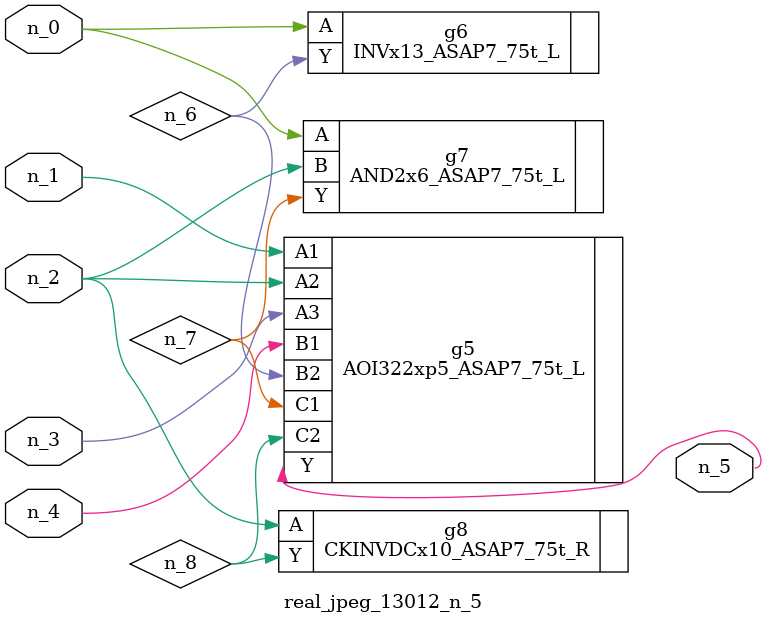
<source format=v>
module real_jpeg_13012_n_5 (n_4, n_0, n_1, n_2, n_3, n_5);

input n_4;
input n_0;
input n_1;
input n_2;
input n_3;

output n_5;

wire n_8;
wire n_6;
wire n_7;

INVx13_ASAP7_75t_L g6 ( 
.A(n_0),
.Y(n_6)
);

AND2x6_ASAP7_75t_L g7 ( 
.A(n_0),
.B(n_2),
.Y(n_7)
);

AOI322xp5_ASAP7_75t_L g5 ( 
.A1(n_1),
.A2(n_2),
.A3(n_3),
.B1(n_4),
.B2(n_6),
.C1(n_7),
.C2(n_8),
.Y(n_5)
);

CKINVDCx10_ASAP7_75t_R g8 ( 
.A(n_2),
.Y(n_8)
);


endmodule
</source>
